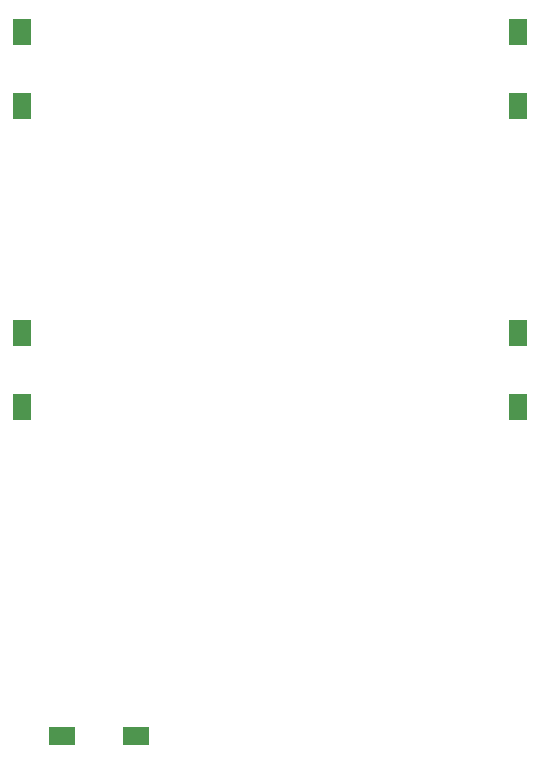
<source format=gbr>
G04 EAGLE Gerber RS-274X export*
G75*
%MOMM*%
%FSLAX34Y34*%
%LPD*%
%INSolderpaste Bottom*%
%IPPOS*%
%AMOC8*
5,1,8,0,0,1.08239X$1,22.5*%
G01*
%ADD10R,2.300000X1.600000*%
%ADD11R,1.600000X2.300000*%


D10*
X53500Y25000D03*
X116500Y25000D03*
D11*
X440000Y558500D03*
X440000Y621500D03*
X440000Y303500D03*
X440000Y366500D03*
X20000Y558500D03*
X20000Y621500D03*
X20000Y366500D03*
X20000Y303500D03*
M02*

</source>
